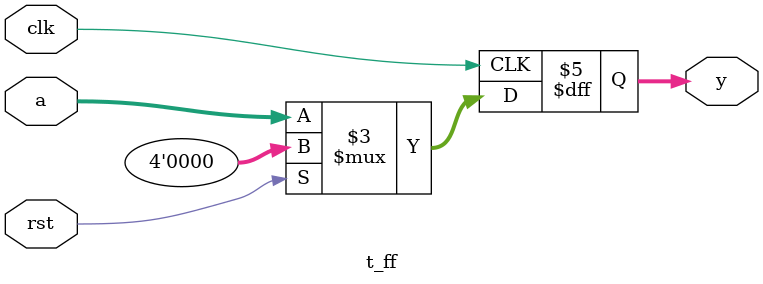
<source format=v>
/* 
 * Corevexis Semiconductor 
 * Example 74: T FF 
 */

module t_ff (
    input clk,
    input rst,
    input [3:0] a,
    output reg [3:0] y
);

always @(posedge clk) begin
    if(rst) y <= 4'b0;
    else y <= a; 
end

endmodule
</source>
